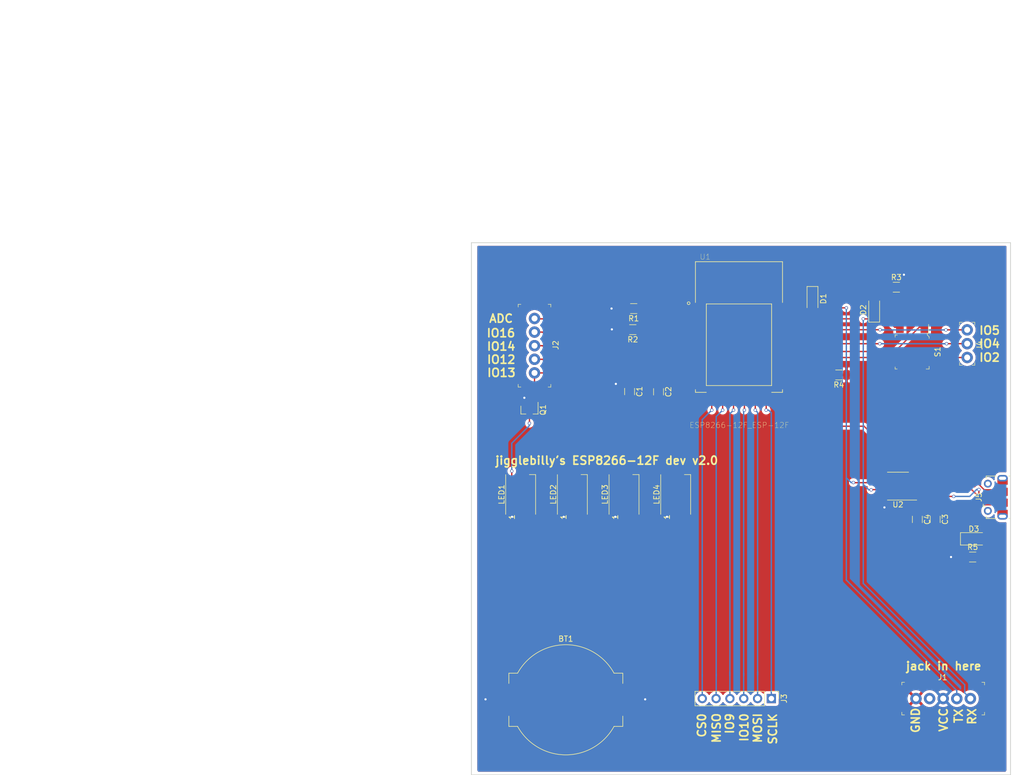
<source format=kicad_pcb>
(kicad_pcb (version 20171130) (host pcbnew "(5.1.2)-1")
  (layers (0 F.Cu signal) (31 B.Cu signal) (34 B.Paste user) (35 F.Paste user) (36 B.SilkS user) (37 F.SilkS user) (38 B.Mask user) (39 F.Mask user) (44 Edge.Cuts user))
  (net 0 "")
  (net 1 /VCC)
  (net 2 GND)
  (net 3 "Net-(R1-Pad1)")
  (net 4 "Net-(R2-Pad1)")
  (net 5 "Net-(R3-Pad1)")
  (net 6 "Net-(R4-Pad2)")
  (net 7 "Net-(S1-Pad4)")
  (net 8 "Net-(S1-Pad1)")
  (net 9 "Net-(J1-Pad2)")
  (net 10 /tx)
  (net 11 /rx)
  (net 12 /ADC)
  (net 13 /IO16)
  (net 14 /IO14)
  (net 15 /IO12)
  (net 16 /IO13)
  (net 17 /SCLK)
  (net 18 /MOSI)
  (net 19 /IO10)
  (net 20 /IO9)
  (net 21 /MISO)
  (net 22 /CS0)
  (net 23 /IO5)
  (net 24 /IO4)
  (net 25 /IO2)
  (net 26 "Net-(LED1-Pad2)")
  (net 27 "Net-(LED1-Pad4)")
  (net 28 "Net-(LED2-Pad2)")
  (net 29 "Net-(LED3-Pad2)")
  (net 30 "Net-(LED4-Pad2)")
  (net 31 "Net-(J5-Pad6)")
  (net 32 "Net-(J5-Pad2)")
  (net 33 "Net-(J5-Pad4)")
  (net 34 "Net-(J5-Pad3)")
  (net 35 "Net-(C3-Pad1)")
  (net 36 "Net-(D1-Pad1)")
  (net 37 "Net-(D2-Pad2)")
  (net 38 "Net-(D3-Pad2)")
  (module LOGO (layer F.Cu) (at 0 0)
    (fp_text reference G*** hide)
    (fp_text value LOGO hide)
  )
  (module LOGO (layer F.Cu) (at 0 0)
    (fp_text reference G*** hide)
    (fp_text value LOGO hide)
  )
  (module LOGO (layer F.Cu) (at 0 0)
    (fp_text reference G*** hide)
    (fp_text value LOGO hide)
  )
  (module LOGO (layer F.Cu) (at 0 0)
    (fp_text reference G*** hide)
    (fp_text value LOGO hide)
  )
  (module LOGO (layer F.Cu) (at 0 0)
    (fp_text reference G*** hide)
    (fp_text value LOGO hide)
  )
  (module LOGO (layer F.Cu) (at 0 0)
    (fp_text reference G*** hide)
    (fp_text value LOGO hide)
  )
  (module Battery:BatteryHolder_MPD_BC2003_1x2032 (layer F.Cu) (at 101.1682 127.17018)
    (fp_text reference BT1 (at 0 -11.2) (layer F.SilkS))
    (fp_text value Battery)
    (pad 2 smd rect (at 0 0) (size 8 5.56) (layers F.Cu F.Paste F.Mask) (net 2 GND))
    (pad 1 smd rect (at 11.905 0) (size 2.6 5.56) (layers F.Cu F.Paste F.Mask) (net 1 /VCC))
    (pad 1 smd rect (at -11.905 0) (size 2.6 5.56) (layers F.Cu F.Paste F.Mask) (net 1 /VCC))
  )
  (module Capacitor_SMD:C_1206_3216Metric (layer F.Cu) (at 112.8903 70.53372 270)
    (fp_text reference C1 (at 0 -1.82 90) (layer F.SilkS))
    (fp_text value 10uF)
    (pad 1 smd roundrect (at -1.4 0 270) (size 1.25 1.75) (layers F.Cu F.Paste F.Mask) (roundrect_rratio 0.2) (net 1 /VCC))
    (pad 2 smd roundrect (at 1.4 0 270) (size 1.25 1.75) (layers F.Cu F.Paste F.Mask) (roundrect_rratio 0.2) (net 2 GND))
  )
  (module Resistor_SMD:R_1206_3216Metric (layer F.Cu) (at 113.64676 55.28818 180)
    (fp_text reference R1 (at 0 -1.82) (layer F.SilkS))
    (fp_text value 10K)
    (pad 1 smd roundrect (at -1.4 0 180) (size 1.25 1.75) (layers F.Cu F.Paste F.Mask) (roundrect_rratio 0.2) (net 3 "Net-(R1-Pad1)"))
    (pad 2 smd roundrect (at 1.4 0 180) (size 1.25 1.75) (layers F.Cu F.Paste F.Mask) (roundrect_rratio 0.2) (net 1 /VCC))
  )
  (module Resistor_SMD:R_1206_3216Metric (layer F.Cu) (at 113.47912 59.16168 180)
    (fp_text reference R2 (at 0 -1.82) (layer F.SilkS))
    (fp_text value 10K)
    (pad 2 smd roundrect (at 1.4 0 180) (size 1.25 1.75) (layers F.Cu F.Paste F.Mask) (roundrect_rratio 0.2) (net 1 /VCC))
    (pad 1 smd roundrect (at -1.4 0 180) (size 1.25 1.75) (layers F.Cu F.Paste F.Mask) (roundrect_rratio 0.2) (net 4 "Net-(R2-Pad1)"))
  )
  (module Resistor_SMD:R_1206_3216Metric (layer F.Cu) (at 161.9093 51.3588)
    (fp_text reference R3 (at 0 -1.82) (layer F.SilkS))
    (fp_text value 10K)
    (pad 2 smd roundrect (at 1.4 0) (size 1.25 1.75) (layers F.Cu F.Paste F.Mask) (roundrect_rratio 0.2) (net 1 /VCC))
    (pad 1 smd roundrect (at -1.4 0) (size 1.25 1.75) (layers F.Cu F.Paste F.Mask) (roundrect_rratio 0.2) (net 5 "Net-(R3-Pad1)"))
  )
  (module Resistor_SMD:R_1206_3216Metric (layer F.Cu) (at 151.34336 67.4751 180)
    (fp_text reference R4 (at 0 -1.82) (layer F.SilkS))
    (fp_text value 10K)
    (pad 1 smd roundrect (at -1.4 0 180) (size 1.25 1.75) (layers F.Cu F.Paste F.Mask) (roundrect_rratio 0.2) (net 2 GND))
    (pad 2 smd roundrect (at 1.4 0 180) (size 1.25 1.75) (layers F.Cu F.Paste F.Mask) (roundrect_rratio 0.2) (net 6 "Net-(R4-Pad2)"))
  )
  (module digikey-kicad-library:Switch_Tactile_SMD_6x6mm (layer F.Cu) (at 164.80536 63.26378 270)
    (fp_text reference S1 (at -0.03 -4.69 90) (layer F.SilkS))
    (fp_text value 430152070826)
    (pad 2 smd rect (at 4.55 -2.25 180) (size 1.4 2.1) (layers F.Cu F.Paste F.Mask) (net 2 GND))
    (pad 4 smd rect (at 4.55 2.25 180) (size 1.4 2.1) (layers F.Cu F.Paste F.Mask) (net 7 "Net-(S1-Pad4)"))
    (pad 3 smd rect (at -4.55 2.25 180) (size 1.4 2.1) (layers F.Cu F.Paste F.Mask) (net 5 "Net-(R3-Pad1)"))
    (pad 1 smd rect (at -4.55 -2.25 180) (size 1.4 2.1) (layers F.Cu F.Paste F.Mask) (net 8 "Net-(S1-Pad1)"))
  )
  (module ESP8266-12E_ESP-12E:XCVR_ESP8266-12E%2fESP-12E (layer F.Cu) (at 132.98678 62.17158)
    (fp_text reference U1 (at -6.21478 -16.3976) (layer F.SilkS) (effects (font (size 1.00077 1.00077) (thickness 0.05))))
    (fp_text value ESP8266-12F_ESP-12F (at 0.07112 14.53642) (layer F.SilkS) (effects (font (size 1.00093 1.00093) (thickness 0.05))))
    (pad 14 smd rect (at 5 8.5) (size 1.1 1.7) (layers F.Cu F.Paste F.Mask) (net 17 /SCLK))
    (pad 13 smd rect (at 3 8.5) (size 1.1 1.7) (layers F.Cu F.Paste F.Mask) (net 18 /MOSI))
    (pad 12 smd rect (at 1 8.5) (size 1.1 1.7) (layers F.Cu F.Paste F.Mask) (net 19 /IO10))
    (pad 11 smd rect (at -1 8.5) (size 1.1 1.7) (layers F.Cu F.Paste F.Mask) (net 20 /IO9))
    (pad 10 smd rect (at -3 8.5) (size 1.1 1.7) (layers F.Cu F.Paste F.Mask) (net 21 /MISO))
    (pad 9 smd rect (at -5 8.5) (size 1.1 1.7) (layers F.Cu F.Paste F.Mask) (net 22 /CS0))
    (pad 22 smd rect (at 7.5 -7) (size 2 1.2) (layers F.Cu F.Paste F.Mask) (net 36 "Net-(D1-Pad1)"))
    (pad 21 smd rect (at 7.5 -5) (size 2 1.2) (layers F.Cu F.Paste F.Mask) (net 37 "Net-(D2-Pad2)"))
    (pad 20 smd rect (at 7.5 -3) (size 2 1.2) (layers F.Cu F.Paste F.Mask) (net 23 /IO5))
    (pad 19 smd rect (at 7.5 -1) (size 2 1.2) (layers F.Cu F.Paste F.Mask) (net 24 /IO4))
    (pad 18 smd rect (at 7.5 1) (size 2 1.2) (layers F.Cu F.Paste F.Mask) (net 8 "Net-(S1-Pad1)"))
    (pad 17 smd rect (at 7.5 3) (size 2 1.2) (layers F.Cu F.Paste F.Mask) (net 25 /IO2))
    (pad 16 smd rect (at 7.5 5) (size 2 1.2) (layers F.Cu F.Paste F.Mask) (net 6 "Net-(R4-Pad2)"))
    (pad 15 smd rect (at 7.5 7) (size 2 1.2) (layers F.Cu F.Paste F.Mask) (net 2 GND))
    (pad 8 smd rect (at -7.5 7) (size 2 1.2) (layers F.Cu F.Paste F.Mask) (net 1 /VCC))
    (pad 7 smd rect (at -7.5 5) (size 2 1.2) (layers F.Cu F.Paste F.Mask) (net 16 /IO13))
    (pad 6 smd rect (at -7.5 3) (size 2 1.2) (layers F.Cu F.Paste F.Mask) (net 15 /IO12))
    (pad 5 smd rect (at -7.5 1) (size 2 1.2) (layers F.Cu F.Paste F.Mask) (net 14 /IO14))
    (pad 4 smd rect (at -7.5 -1) (size 2 1.2) (layers F.Cu F.Paste F.Mask) (net 13 /IO16))
    (pad 3 smd rect (at -7.5 -3) (size 2 1.2) (layers F.Cu F.Paste F.Mask) (net 4 "Net-(R2-Pad1)"))
    (pad 2 smd rect (at -7.5 -5) (size 2 1.2) (layers F.Cu F.Paste F.Mask) (net 12 /ADC))
    (pad 1 smd rect (at -7.5 -7) (size 2 1.2) (layers F.Cu F.Paste F.Mask) (net 3 "Net-(R1-Pad1)"))
  )
  (module digikey-kicad-library:PinHeader_1x5_P2.5mm_Drill1.1mm (layer F.Cu) (at 165.51148 126.9492)
    (fp_text reference J1 (at 4.9 -3.9) (layer F.SilkS))
    (fp_text value Conn_01x05_Female)
    (pad 1 thru_hole circle (at 0 0) (size 2.1 2.1) (drill 1.1) (layers *.Cu *.Mask) (net 2 GND))
    (pad 2 thru_hole circle (at 2.5 0) (size 2.1 2.1) (drill 1.1) (layers *.Cu *.Mask) (net 9 "Net-(J1-Pad2)"))
    (pad 3 thru_hole circle (at 5 0) (size 2.1 2.1) (drill 1.1) (layers *.Cu *.Mask) (net 1 /VCC))
    (pad 4 thru_hole circle (at 7.5 0) (size 2.1 2.1) (drill 1.1) (layers *.Cu *.Mask) (net 10 /tx))
    (pad 5 thru_hole circle (at 10 0) (size 2.1 2.1) (drill 1.1) (layers *.Cu *.Mask) (net 11 /rx))
  )
  (module digikey-kicad-library:PinHeader_1x5_P2.5mm_Drill1.1mm (layer F.Cu) (at 95.41764 57.10428 270)
    (fp_text reference J2 (at 4.9 -3.9 90) (layer F.SilkS))
    (fp_text value Conn_01x05_Female)
    (pad 1 thru_hole circle (at 0 0 270) (size 2.1 2.1) (drill 1.1) (layers *.Cu *.Mask) (net 12 /ADC))
    (pad 2 thru_hole circle (at 2.5 0 270) (size 2.1 2.1) (drill 1.1) (layers *.Cu *.Mask) (net 13 /IO16))
    (pad 3 thru_hole circle (at 5 0 270) (size 2.1 2.1) (drill 1.1) (layers *.Cu *.Mask) (net 14 /IO14))
    (pad 4 thru_hole circle (at 7.5 0 270) (size 2.1 2.1) (drill 1.1) (layers *.Cu *.Mask) (net 15 /IO12))
    (pad 5 thru_hole circle (at 10 0 270) (size 2.1 2.1) (drill 1.1) (layers *.Cu *.Mask) (net 16 /IO13))
  )
  (module Connector_PinHeader_2.54mm:PinHeader_1x06_P2.54mm_Vertical (layer F.Cu) (at 138.94253 126.9442 270)
    (fp_text reference J3 (at 0 -2.33 90) (layer F.SilkS))
    (fp_text value Conn_01x06_Female)
    (pad 1 thru_hole rect (at 0 0 270) (size 1.7 1.7) (drill 1) (layers *.Cu *.Mask) (net 17 /SCLK))
    (pad 2 thru_hole oval (at 0 2.54 270) (size 1.7 1.7) (drill 1) (layers *.Cu *.Mask) (net 18 /MOSI))
    (pad 3 thru_hole oval (at 0 5.08 270) (size 1.7 1.7) (drill 1) (layers *.Cu *.Mask) (net 19 /IO10))
    (pad 4 thru_hole oval (at 0 7.62 270) (size 1.7 1.7) (drill 1) (layers *.Cu *.Mask) (net 20 /IO9))
    (pad 5 thru_hole oval (at 0 10.16 270) (size 1.7 1.7) (drill 1) (layers *.Cu *.Mask) (net 21 /MISO))
    (pad 6 thru_hole oval (at 0 12.7 270) (size 1.7 1.7) (drill 1) (layers *.Cu *.Mask) (net 22 /CS0))
  )
  (module digikey-kicad-library:PinHeader_1x3_P2.54_Drill1.1mm (layer F.Cu) (at 174.91964 59.1947 270)
    (fp_text reference J4 (at 2.85 -2.28 90) (layer F.SilkS))
    (fp_text value Conn_01x03_Female)
    (pad 1 thru_hole circle (at 0 0 270) (size 2.1 2.1) (drill 1.1) (layers *.Cu *.Mask) (net 23 /IO5))
    (pad 2 thru_hole circle (at 2.54 0 270) (size 2.1 2.1) (drill 1.1) (layers *.Cu *.Mask) (net 24 /IO4))
    (pad 3 thru_hole circle (at 5.08 0 270) (size 2.1 2.1) (drill 1.1) (layers *.Cu *.Mask) (net 25 /IO2))
  )
  (module Capacitor_SMD:C_1206_3216Metric (layer F.Cu) (at 118.20652 70.57898 270)
    (fp_text reference C2 (at 0 -1.82 90) (layer F.SilkS))
    (fp_text value 100nF)
    (pad 1 smd roundrect (at -1.4 0 270) (size 1.25 1.75) (layers F.Cu F.Paste F.Mask) (roundrect_rratio 0.2) (net 1 /VCC))
    (pad 2 smd roundrect (at 1.4 0 270) (size 1.25 1.75) (layers F.Cu F.Paste F.Mask) (roundrect_rratio 0.2) (net 2 GND))
  )
  (module LED_SMD:LED_WS2812B_PLCC4_5.0x5.0mm_P3.2mm (layer F.Cu) (at 92.874 89.445 90)
    (fp_text reference LED1 (at 0 -3.5 90) (layer F.SilkS))
    (fp_text value WS2812B)
    (fp_text user 1 (at -4.15 -1.6 90) (layer F.SilkS))
    (pad 1 smd rect (at -2.45 -1.6 90) (size 1.5 1) (layers F.Cu F.Paste F.Mask) (net 1 /VCC))
    (pad 2 smd rect (at -2.45 1.6 90) (size 1.5 1) (layers F.Cu F.Paste F.Mask) (net 26 "Net-(LED1-Pad2)"))
    (pad 4 smd rect (at 2.45 -1.6 90) (size 1.5 1) (layers F.Cu F.Paste F.Mask) (net 27 "Net-(LED1-Pad4)"))
    (pad 3 smd rect (at 2.45 1.6 90) (size 1.5 1) (layers F.Cu F.Paste F.Mask) (net 2 GND))
  )
  (module LED_SMD:LED_WS2812B_PLCC4_5.0x5.0mm_P3.2mm (layer F.Cu) (at 102.369666 89.445 90)
    (fp_text reference LED2 (at 0 -3.5 90) (layer F.SilkS))
    (fp_text value WS2812B)
    (fp_text user 1 (at -4.15 -1.6 90) (layer F.SilkS))
    (pad 3 smd rect (at 2.45 1.6 90) (size 1.5 1) (layers F.Cu F.Paste F.Mask) (net 2 GND))
    (pad 4 smd rect (at 2.45 -1.6 90) (size 1.5 1) (layers F.Cu F.Paste F.Mask) (net 26 "Net-(LED1-Pad2)"))
    (pad 2 smd rect (at -2.45 1.6 90) (size 1.5 1) (layers F.Cu F.Paste F.Mask) (net 28 "Net-(LED2-Pad2)"))
    (pad 1 smd rect (at -2.45 -1.6 90) (size 1.5 1) (layers F.Cu F.Paste F.Mask) (net 1 /VCC))
  )
  (module LED_SMD:LED_WS2812B_PLCC4_5.0x5.0mm_P3.2mm (layer F.Cu) (at 111.865332 89.445 90)
    (fp_text reference LED3 (at 0 -3.5 90) (layer F.SilkS))
    (fp_text value WS2812B)
    (fp_text user 1 (at -4.15 -1.6 90) (layer F.SilkS))
    (pad 1 smd rect (at -2.45 -1.6 90) (size 1.5 1) (layers F.Cu F.Paste F.Mask) (net 1 /VCC))
    (pad 2 smd rect (at -2.45 1.6 90) (size 1.5 1) (layers F.Cu F.Paste F.Mask) (net 29 "Net-(LED3-Pad2)"))
    (pad 4 smd rect (at 2.45 -1.6 90) (size 1.5 1) (layers F.Cu F.Paste F.Mask) (net 28 "Net-(LED2-Pad2)"))
    (pad 3 smd rect (at 2.45 1.6 90) (size 1.5 1) (layers F.Cu F.Paste F.Mask) (net 2 GND))
  )
  (module LED_SMD:LED_WS2812B_PLCC4_5.0x5.0mm_P3.2mm (layer F.Cu) (at 121.361 89.445 90)
    (fp_text reference LED4 (at 0 -3.5 90) (layer F.SilkS))
    (fp_text value WS2812B)
    (fp_text user 1 (at -4.15 -1.6 90) (layer F.SilkS))
    (pad 3 smd rect (at 2.45 1.6 90) (size 1.5 1) (layers F.Cu F.Paste F.Mask) (net 2 GND))
    (pad 4 smd rect (at 2.45 -1.6 90) (size 1.5 1) (layers F.Cu F.Paste F.Mask) (net 29 "Net-(LED3-Pad2)"))
    (pad 2 smd rect (at -2.45 1.6 90) (size 1.5 1) (layers F.Cu F.Paste F.Mask) (net 30 "Net-(LED4-Pad2)"))
    (pad 1 smd rect (at -2.45 -1.6 90) (size 1.5 1) (layers F.Cu F.Paste F.Mask) (net 1 /VCC))
  )
  (module Package_TO_SOT_SMD:SOT-23 (layer F.Cu) (at 94.4905 73.898 270)
    (fp_text reference Q1 (at 0 -2.5 90) (layer F.SilkS))
    (fp_text value BSS138)
    (pad 1 smd rect (at -1 -0.95 270) (size 0.9 0.8) (layers F.Cu F.Paste F.Mask) (net 16 /IO13))
    (pad 2 smd rect (at -1 0.95 270) (size 0.9 0.8) (layers F.Cu F.Paste F.Mask) (net 1 /VCC))
    (pad 3 smd rect (at 1 0 270) (size 0.9 0.8) (layers F.Cu F.Paste F.Mask) (net 27 "Net-(LED1-Pad4)"))
  )
  (module Connector_USB:USB_Micro-B_Molex-105017-0001 (layer F.Cu) (at 180.182 89.9574 90)
    (fp_text reference J5 (at 0 -3.1125 90) (layer F.SilkS))
    (fp_text value USB_B_Micro)
    (pad 6 smd rect (at 1 1.2375 90) (size 1.5 1.9) (layers F.Cu F.Paste F.Mask) (net 31 "Net-(J5-Pad6)"))
    (pad 6 thru_hole circle (at -2.5 -1.4625 90) (size 1.45 1.45) (drill 0.85) (layers *.Cu *.Mask) (net 31 "Net-(J5-Pad6)"))
    (pad 2 smd rect (at -0.65 -1.4625 90) (size 0.4 1.35) (layers F.Cu F.Paste F.Mask) (net 32 "Net-(J5-Pad2)"))
    (pad 1 smd rect (at -1.3 -1.4625 90) (size 0.4 1.35) (layers F.Cu F.Paste F.Mask) (net 35 "Net-(C3-Pad1)"))
    (pad 5 smd rect (at 1.3 -1.4625 90) (size 0.4 1.35) (layers F.Cu F.Paste F.Mask) (net 2 GND))
    (pad 4 smd rect (at 0.65 -1.4625 90) (size 0.4 1.35) (layers F.Cu F.Paste F.Mask) (net 33 "Net-(J5-Pad4)"))
    (pad 3 smd rect (at 0 -1.4625 90) (size 0.4 1.35) (layers F.Cu F.Paste F.Mask) (net 34 "Net-(J5-Pad3)"))
    (pad 6 thru_hole circle (at 2.5 -1.4625 90) (size 1.45 1.45) (drill 0.85) (layers *.Cu *.Mask) (net 31 "Net-(J5-Pad6)"))
    (pad 6 smd rect (at -1 1.2375 90) (size 1.5 1.9) (layers F.Cu F.Paste F.Mask) (net 31 "Net-(J5-Pad6)"))
    (pad 6 thru_hole oval (at -3.5 1.2375 270) (size 1.2 1.9) (drill oval 0.6 1.3) (layers *.Cu *.Mask) (net 31 "Net-(J5-Pad6)"))
    (pad 6 thru_hole oval (at 3.5 1.2375 90) (size 1.2 1.9) (drill oval 0.6 1.3) (layers *.Cu *.Mask) (net 31 "Net-(J5-Pad6)"))
    (pad 6 smd rect (at 2.9 1.2375 90) (size 1.2 1.9) (layers F.Cu F.Mask) (net 31 "Net-(J5-Pad6)"))
    (pad 6 smd rect (at -2.9 1.2375 90) (size 1.2 1.9) (layers F.Cu F.Mask) (net 31 "Net-(J5-Pad6)"))
  )
  (module Package_SO:SOIC-8_3.9x4.9mm_P1.27mm (layer F.Cu) (at 162.2059 87.9094 180)
    (fp_text reference U2 (at 0 -3.4) (layer F.SilkS))
    (fp_text value CH330N)
    (pad 1 smd roundrect (at -2.475 -1.905 180) (size 1.95 0.6) (layers F.Cu F.Paste F.Mask) (net 34 "Net-(J5-Pad3)"))
    (pad 2 smd roundrect (at -2.475 -0.635 180) (size 1.95 0.6) (layers F.Cu F.Paste F.Mask) (net 32 "Net-(J5-Pad2)"))
    (pad 3 smd roundrect (at -2.475 0.635 180) (size 1.95 0.6) (layers F.Cu F.Paste F.Mask) (net 2 GND))
    (pad 4 smd roundrect (at -2.475 1.905 180) (size 1.95 0.6) (layers F.Cu F.Paste F.Mask) (net 3 "Net-(R1-Pad1)"))
    (pad 5 smd roundrect (at 2.475 1.905 180) (size 1.95 0.6) (layers F.Cu F.Paste F.Mask) (net 35 "Net-(C3-Pad1)"))
    (pad 6 smd roundrect (at 2.475 0.635 180) (size 1.95 0.6) (layers F.Cu F.Paste F.Mask) (net 10 /tx))
    (pad 7 smd roundrect (at 2.475 -0.635 180) (size 1.95 0.6) (layers F.Cu F.Paste F.Mask) (net 11 /rx))
    (pad 8 smd roundrect (at 2.475 -1.905 180) (size 1.95 0.6) (layers F.Cu F.Paste F.Mask) (net 1 /VCC))
  )
  (module Capacitor_SMD:C_1206_3216Metric (layer F.Cu) (at 169.047699 94.021301 270)
    (fp_text reference C3 (at 0 -1.82 90) (layer F.SilkS))
    (fp_text value 100nF)
    (pad 1 smd roundrect (at -1.4 0 270) (size 1.25 1.75) (layers F.Cu F.Paste F.Mask) (roundrect_rratio 0.2) (net 35 "Net-(C3-Pad1)"))
    (pad 2 smd roundrect (at 1.4 0 270) (size 1.25 1.75) (layers F.Cu F.Paste F.Mask) (roundrect_rratio 0.2) (net 2 GND))
  )
  (module Capacitor_SMD:C_1206_3216Metric (layer F.Cu) (at 165.757699 94.021301 270)
    (fp_text reference C4 (at 0 -1.82 90) (layer F.SilkS))
    (fp_text value 100nF)
    (pad 2 smd roundrect (at 1.4 0 270) (size 1.25 1.75) (layers F.Cu F.Paste F.Mask) (roundrect_rratio 0.2) (net 2 GND))
    (pad 1 smd roundrect (at -1.4 0 270) (size 1.25 1.75) (layers F.Cu F.Paste F.Mask) (roundrect_rratio 0.2) (net 35 "Net-(C3-Pad1)"))
  )
  (module Diode_SMD:D_SOD-123 (layer F.Cu) (at 146.4945 53.4787 270)
    (fp_text reference D1 (at 0 -2 90) (layer F.SilkS))
    (fp_text value MBR0520)
    (pad 1 smd rect (at -1.65 0 270) (size 0.9 1.2) (layers F.Cu F.Paste F.Mask) (net 36 "Net-(D1-Pad1)"))
    (pad 2 smd rect (at 1.65 0 270) (size 0.9 1.2) (layers F.Cu F.Paste F.Mask) (net 10 /tx))
  )
  (module Diode_SMD:D_SOD-123 (layer F.Cu) (at 157.8356 55.5244 90)
    (fp_text reference D2 (at 0 -2 90) (layer F.SilkS))
    (fp_text value MBR0520)
    (pad 2 smd rect (at 1.65 0 90) (size 0.9 1.2) (layers F.Cu F.Paste F.Mask) (net 37 "Net-(D2-Pad2)"))
    (pad 1 smd rect (at -1.65 0 90) (size 0.9 1.2) (layers F.Cu F.Paste F.Mask) (net 11 /rx))
  )
  (module LED_SMD:LED_1206_3216Metric_Pad1.42x1.75mm_HandSolder (layer F.Cu) (at 176.146781 97.598161)
    (fp_text reference D3 (at 0 -1.82) (layer F.SilkS))
    (fp_text value LED)
    (pad 1 smd roundrect (at -1.4875 0) (size 1.425 1.75) (layers F.Cu F.Paste F.Mask) (roundrect_rratio 0.175439) (net 2 GND))
    (pad 2 smd roundrect (at 1.4875 0) (size 1.425 1.75) (layers F.Cu F.Paste F.Mask) (roundrect_rratio 0.175439) (net 38 "Net-(D3-Pad2)"))
  )
  (module Resistor_SMD:R_1206_3216Metric (layer F.Cu) (at 175.931781 100.938161)
    (fp_text reference R5 (at 0 -1.82) (layer F.SilkS))
    (fp_text value R)
    (pad 1 smd roundrect (at -1.4 0) (size 1.25 1.75) (layers F.Cu F.Paste F.Mask) (roundrect_rratio 0.2) (net 1 /VCC))
    (pad 2 smd roundrect (at 1.4 0) (size 1.25 1.75) (layers F.Cu F.Paste F.Mask) (roundrect_rratio 0.2) (net 38 "Net-(D3-Pad2)"))
  )
  (gr_line (start 83.82 140.97) (end 83.82 43.18) (layer Edge.Cuts) (width 0.15))
  (gr_line (start 182.88 140.97) (end 83.82 140.97) (layer Edge.Cuts) (width 0.15))
  (gr_line (start 182.88 43.18) (end 182.88 140.97) (layer Edge.Cuts) (width 0.15))
  (gr_line (start 83.82 43.18) (end 182.88 43.18) (layer Edge.Cuts) (width 0.15))
  (gr_text "jigglebilly's ESP8266-12F dev v2.0" (at 108.67644 83.20532) (layer F.SilkS) (effects (font (size 1.5 1.5) (thickness 0.3))))
  (gr_text SCLK (at 139.19708 132.5245 90) (layer F.SilkS) (effects (font (size 1.5 1.5) (thickness 0.3))))
  (gr_text MOSI (at 136.42848 132.3594 90) (layer F.SilkS) (effects (font (size 1.5 1.5) (thickness 0.3))))
  (gr_text IO10 (at 133.94436 132.2578 90) (layer F.SilkS) (effects (font (size 1.5 1.5) (thickness 0.3))))
  (gr_text IO9 (at 131.29768 131.54152 90) (layer F.SilkS) (effects (font (size 1.5 1.5) (thickness 0.3))))
  (gr_text MISO (at 128.86436 132.37464 90) (layer F.SilkS) (effects (font (size 1.5 1.5) (thickness 0.3))))
  (gr_text CS0 (at 126.16434 131.8768 90) (layer F.SilkS) (effects (font (size 1.5 1.5) (thickness 0.3))))
  (gr_text IO2 (at 179.04206 64.27216) (layer F.SilkS) (effects (font (size 1.5 1.5) (thickness 0.3))))
  (gr_text IO4 (at 179.04206 61.72962) (layer F.SilkS) (effects (font (size 1.5 1.5) (thickness 0.3))))
  (gr_text IO5 (at 179.04206 59.30646) (layer F.SilkS) (effects (font (size 1.5 1.5) (thickness 0.3))))
  (gr_text IO13 (at 89.33434 67.07632) (layer F.SilkS) (effects (font (size 1.5 1.5) (thickness 0.3))))
  (gr_text IO12 (at 89.30386 64.65824) (layer F.SilkS) (effects (font (size 1.5 1.5) (thickness 0.3))))
  (gr_text IO14 (at 89.28354 62.24016) (layer F.SilkS) (effects (font (size 1.5 1.5) (thickness 0.3))))
  (gr_text IO16 (at 89.24798 59.7916) (layer F.SilkS) (effects (font (size 1.5 1.5) (thickness 0.3))))
  (gr_text ADC (at 89.27592 57.11444) (layer F.SilkS) (effects (font (size 1.5 1.5) (thickness 0.3))))
  (gr_text RX (at 175.81118 130.24612 90) (layer F.SilkS) (effects (font (size 1.5 1.5) (thickness 0.3))))
  (gr_text TX (at 173.34738 130.14452 90) (layer F.SilkS) (effects (font (size 1.5 1.5) (thickness 0.3))))
  (gr_text VCC (at 170.57878 130.85064 90) (layer F.SilkS) (effects (font (size 1.5 1.5) (thickness 0.3))))
  (gr_text GND (at 165.44544 130.9497 90) (layer F.SilkS) (effects (font (size 1.5 1.5) (thickness 0.3))))
  (gr_text "jack in here" (at 170.59148 120.9802) (layer F.SilkS) (effects (font (size 1.5 1.5) (thickness 0.3))))
  (via (at 115.75288 127.0889) (size 0.6) (drill 0.4) (layers F.Cu B.Cu) (net 1))
  (segment (start 113.0732 127.17018) (end 115.6716 127.17018) (width 0.25) (layer F.Cu) (net 1))
  (segment (start 115.6716 127.17018) (end 115.75288 127.0889) (width 0.25) (layer F.Cu) (net 1))
  (segment (start 119.14646 69.17158) (end 119.14378 69.17426) (width 0.25) (layer F.Cu) (net 1))
  (segment (start 112.93084 69.17426) (end 112.8903 69.13372) (width 0.25) (layer F.Cu) (net 1))
  (via (at 110.36554 69.12356) (size 0.6) (drill 0.4) (layers F.Cu B.Cu) (net 1))
  (segment (start 110.3757 69.13372) (end 110.36554 69.12356) (width 0.25) (layer F.Cu) (net 1))
  (via (at 163.2966 49.06264) (size 0.6) (drill 0.4) (layers F.Cu B.Cu) (net 1))
  (segment (start 163.3093 51.3588) (end 163.3093 49.07534) (width 0.25) (layer F.Cu) (net 1))
  (segment (start 163.3093 49.07534) (end 163.2966 49.06264) (width 0.25) (layer F.Cu) (net 1))
  (segment (start 111.52176 55.28818) (end 111.50398 55.30596) (width 0.25) (layer F.Cu) (net 1))
  (segment (start 112.24676 55.28818) (end 111.52176 55.28818) (width 0.25) (layer F.Cu) (net 1))
  (via (at 109.57052 55.27802) (size 0.6) (drill 0.4) (layers F.Cu B.Cu) (net 1))
  (segment (start 111.50398 55.30596) (end 109.59846 55.30596) (width 0.25) (layer F.Cu) (net 1))
  (segment (start 109.59846 55.30596) (end 109.57052 55.27802) (width 0.25) (layer F.Cu) (net 1))
  (via (at 109.62894 59.1058) (size 0.6) (drill 0.4) (layers F.Cu B.Cu) (net 1))
  (segment (start 112.07912 59.16168) (end 109.68482 59.16168) (width 0.25) (layer F.Cu) (net 1))
  (segment (start 109.68482 59.16168) (end 109.62894 59.1058) (width 0.25) (layer F.Cu) (net 1))
  (via (at 86.41334 127.08382) (size 0.6) (drill 0.4) (layers F.Cu B.Cu) (net 1))
  (segment (start 89.2632 127.17018) (end 86.4997 127.17018) (width 0.25) (layer F.Cu) (net 1))
  (segment (start 86.4997 127.17018) (end 86.41334 127.08382) (width 0.25) (layer F.Cu) (net 1))
  (segment (start 112.88014 69.12356) (end 112.8903 69.13372) (width 0.25) (layer F.Cu) (net 1))
  (segment (start 110.36554 69.12356) (end 112.88014 69.12356) (width 0.25) (layer F.Cu) (net 1))
  (segment (start 118.16126 69.13372) (end 118.20652 69.17898) (width 0.25) (layer F.Cu) (net 1))
  (segment (start 112.8903 69.13372) (end 118.16126 69.13372) (width 0.25) (layer F.Cu) (net 1))
  (segment (start 125.47938 69.17898) (end 125.48678 69.17158) (width 0.25) (layer F.Cu) (net 1))
  (segment (start 118.20652 69.17898) (end 125.47938 69.17898) (width 0.25) (layer F.Cu) (net 1))
  (segment (start 93.5405 72.848) (end 93.5482 72.8403) (width 0.25) (layer F.Cu) (net 1))
  (segment (start 93.5405 72.898) (end 93.5405 72.848) (width 0.25) (layer F.Cu) (net 1))
  (via (at 93.5482 71.6788) (size 0.6) (drill 0.4) (layers F.Cu B.Cu) (net 1))
  (segment (start 93.5482 72.8403) (end 93.5482 71.6788) (width 0.25) (layer F.Cu) (net 1))
  (segment (start 91.274 92.895) (end 91.2876 92.9086) (width 0.25) (layer F.Cu) (net 1))
  (segment (start 91.274 91.895) (end 91.274 92.895) (width 0.25) (layer F.Cu) (net 1))
  (via (at 91.2876 93.5482) (size 0.6) (drill 0.4) (layers F.Cu B.Cu) (net 1))
  (segment (start 91.2876 92.9086) (end 91.2876 93.5482) (width 0.25) (layer F.Cu) (net 1))
  (segment (start 100.769666 92.895) (end 100.7872 92.912534) (width 0.25) (layer F.Cu) (net 1))
  (segment (start 100.769666 91.895) (end 100.769666 92.895) (width 0.25) (layer F.Cu) (net 1))
  (via (at 100.7872 93.5482) (size 0.6) (drill 0.4) (layers F.Cu B.Cu) (net 1))
  (segment (start 100.7872 92.912534) (end 100.7872 93.5482) (width 0.25) (layer F.Cu) (net 1))
  (via (at 110.2614 93.5482) (size 0.6) (drill 0.4) (layers F.Cu B.Cu) (net 1))
  (segment (start 110.265332 91.895) (end 110.265332 93.544268) (width 0.25) (layer F.Cu) (net 1))
  (segment (start 110.265332 93.544268) (end 110.2614 93.5482) (width 0.25) (layer F.Cu) (net 1))
  (segment (start 119.761 91.895) (end 119.761 92.895) (width 0.25) (layer F.Cu) (net 1))
  (via (at 119.761 93.5482) (size 0.6) (drill 0.4) (layers F.Cu B.Cu) (net 1))
  (segment (start 119.761 92.895) (end 119.761 93.5482) (width 0.25) (layer F.Cu) (net 1))
  (via (at 159.7152 91.821) (size 0.6) (drill 0.4) (layers F.Cu B.Cu) (net 1))
  (segment (start 159.7309 89.8144) (end 159.7309 91.8053) (width 0.25) (layer F.Cu) (net 1))
  (segment (start 159.7309 91.8053) (end 159.7152 91.821) (width 0.25) (layer F.Cu) (net 1))
  (via (at 171.95292 100.93452) (size 0.6) (drill 0.4) (layers F.Cu B.Cu) (net 1))
  (segment (start 174.531781 100.938161) (end 171.956561 100.938161) (width 0.25) (layer F.Cu) (net 1))
  (segment (start 171.956561 100.938161) (end 171.95292 100.93452) (width 0.25) (layer F.Cu) (net 1))
  (segment (start 165.7559 87.2744) (end 164.6809 87.2744) (width 0.25) (layer F.Cu) (net 2))
  (segment (start 176.743802 87.2744) (end 165.7559 87.2744) (width 0.25) (layer F.Cu) (net 2))
  (segment (start 178.126802 88.6574) (end 176.743802 87.2744) (width 0.25) (layer F.Cu) (net 2))
  (segment (start 178.7195 88.6574) (end 178.126802 88.6574) (width 0.25) (layer F.Cu) (net 2))
  (segment (start 125.37018 55.28818) (end 125.48678 55.17158) (width 0.25) (layer F.Cu) (net 3))
  (segment (start 115.04676 55.28818) (end 125.37018 55.28818) (width 0.25) (layer F.Cu) (net 3))
  (segment (start 164.6809 85.6044) (end 155.975 76.8985) (width 0.25) (layer F.Cu) (net 3))
  (segment (start 164.6809 86.0044) (end 164.6809 85.6044) (width 0.25) (layer F.Cu) (net 3))
  (segment (start 125.88678 55.17158) (end 125.48678 55.17158) (width 0.25) (layer F.Cu) (net 3))
  (segment (start 138.861781 68.146581) (end 125.88678 55.17158) (width 0.25) (layer F.Cu) (net 3))
  (segment (start 138.861781 69.731583) (end 138.861781 68.146581) (width 0.25) (layer F.Cu) (net 3))
  (segment (start 146.028698 76.8985) (end 138.861781 69.731583) (width 0.25) (layer F.Cu) (net 3))
  (segment (start 155.975 76.8985) (end 146.028698 76.8985) (width 0.25) (layer F.Cu) (net 3))
  (segment (start 125.47688 59.16168) (end 125.48678 59.17158) (width 0.25) (layer F.Cu) (net 4))
  (segment (start 114.87912 59.16168) (end 125.47688 59.16168) (width 0.25) (layer F.Cu) (net 4))
  (segment (start 161.60536 58.71378) (end 162.55536 58.71378) (width 0.25) (layer F.Cu) (net 5))
  (segment (start 160.5093 57.61772) (end 161.60536 58.71378) (width 0.25) (layer F.Cu) (net 5))
  (segment (start 160.5093 51.3588) (end 160.5093 57.61772) (width 0.25) (layer F.Cu) (net 5))
  (segment (start 149.63984 67.17158) (end 149.94336 67.4751) (width 0.25) (layer F.Cu) (net 6))
  (segment (start 140.48678 67.17158) (end 149.63984 67.17158) (width 0.25) (layer F.Cu) (net 6))
  (segment (start 141.73678 63.17158) (end 140.48678 63.17158) (width 0.25) (layer F.Cu) (net 8))
  (segment (start 161.64756 63.17158) (end 141.73678 63.17158) (width 0.25) (layer F.Cu) (net 8))
  (segment (start 166.10536 58.71378) (end 161.64756 63.17158) (width 0.25) (layer F.Cu) (net 8))
  (segment (start 167.05536 58.71378) (end 166.10536 58.71378) (width 0.25) (layer F.Cu) (net 8))
  (via (at 152.72512 55.15356) (size 0.6) (drill 0.4) (layers F.Cu B.Cu) (net 10))
  (segment (start 152.7175 55.16118) (end 152.72512 55.15356) (width 0.25) (layer B.Cu) (net 10))
  (segment (start 173.01148 125.464276) (end 152.7175 105.170296) (width 0.25) (layer B.Cu) (net 10))
  (segment (start 173.01148 126.9492) (end 173.01148 125.464276) (width 0.25) (layer B.Cu) (net 10))
  (via (at 154.0129 87.249) (size 0.6) (drill 0.4) (layers F.Cu B.Cu) (net 10))
  (segment (start 159.7309 87.2744) (end 154.0383 87.2744) (width 0.25) (layer F.Cu) (net 10))
  (segment (start 154.0383 87.2744) (end 154.0129 87.249) (width 0.25) (layer F.Cu) (net 10))
  (segment (start 152.839336 86.4997) (end 152.7175 86.4997) (width 0.25) (layer B.Cu) (net 10))
  (segment (start 153.588636 87.249) (end 152.839336 86.4997) (width 0.25) (layer B.Cu) (net 10))
  (segment (start 154.0129 87.249) (end 153.588636 87.249) (width 0.25) (layer B.Cu) (net 10))
  (segment (start 152.7175 105.170296) (end 152.7175 86.4997) (width 0.25) (layer B.Cu) (net 10))
  (segment (start 152.7175 86.4997) (end 152.7175 55.16118) (width 0.25) (layer B.Cu) (net 10))
  (segment (start 146.51936 55.15356) (end 146.4945 55.1287) (width 0.25) (layer F.Cu) (net 10))
  (segment (start 152.72512 55.15356) (end 146.51936 55.15356) (width 0.25) (layer F.Cu) (net 10))
  (via (at 155.82646 57.18048) (size 0.6) (drill 0.4) (layers F.Cu B.Cu) (net 11))
  (segment (start 174.461481 124.414277) (end 155.82646 105.779256) (width 0.25) (layer B.Cu) (net 11))
  (segment (start 174.461481 125.899201) (end 174.461481 124.414277) (width 0.25) (layer B.Cu) (net 11))
  (segment (start 175.51148 126.9492) (end 174.461481 125.899201) (width 0.25) (layer B.Cu) (net 11))
  (via (at 157.2768 88.5952) (size 0.6) (drill 0.4) (layers F.Cu B.Cu) (net 11))
  (segment (start 159.7309 88.5444) (end 157.3276 88.5444) (width 0.25) (layer F.Cu) (net 11))
  (segment (start 157.3276 88.5444) (end 157.2768 88.5952) (width 0.25) (layer F.Cu) (net 11))
  (segment (start 155.82646 87.569124) (end 155.82646 87.52586) (width 0.25) (layer B.Cu) (net 11))
  (segment (start 156.852536 88.5952) (end 155.82646 87.569124) (width 0.25) (layer B.Cu) (net 11))
  (segment (start 157.2768 88.5952) (end 156.852536 88.5952) (width 0.25) (layer B.Cu) (net 11))
  (segment (start 155.82646 105.779256) (end 155.82646 87.52586) (width 0.25) (layer B.Cu) (net 11))
  (segment (start 155.82646 87.52586) (end 155.82646 57.18048) (width 0.25) (layer B.Cu) (net 11))
  (segment (start 157.82952 57.18048) (end 157.8356 57.1744) (width 0.25) (layer F.Cu) (net 11))
  (segment (start 155.82646 57.18048) (end 157.82952 57.18048) (width 0.25) (layer F.Cu) (net 11))
  (segment (start 125.34582 57.03062) (end 125.48678 57.17158) (width 0.25) (layer F.Cu) (net 12))
  (segment (start 95.48494 57.17158) (end 95.41764 57.10428) (width 0.25) (layer F.Cu) (net 12))
  (segment (start 125.48678 57.17158) (end 95.48494 57.17158) (width 0.25) (layer F.Cu) (net 12))
  (segment (start 107.61294 61.17158) (end 125.48678 61.17158) (width 0.25) (layer F.Cu) (net 13))
  (segment (start 98.469864 61.17158) (end 107.61294 61.17158) (width 0.25) (layer F.Cu) (net 13))
  (segment (start 96.902564 59.60428) (end 98.469864 61.17158) (width 0.25) (layer F.Cu) (net 13))
  (segment (start 95.41764 59.60428) (end 96.902564 59.60428) (width 0.25) (layer F.Cu) (net 13))
  (segment (start 106.81894 63.17158) (end 125.48678 63.17158) (width 0.25) (layer F.Cu) (net 14))
  (segment (start 97.969864 63.17158) (end 106.81894 63.17158) (width 0.25) (layer F.Cu) (net 14))
  (segment (start 96.902564 62.10428) (end 97.969864 63.17158) (width 0.25) (layer F.Cu) (net 14))
  (segment (start 95.41764 62.10428) (end 96.902564 62.10428) (width 0.25) (layer F.Cu) (net 14))
  (segment (start 106.15826 65.17158) (end 125.48678 65.17158) (width 0.25) (layer F.Cu) (net 15))
  (segment (start 97.469864 65.17158) (end 106.15826 65.17158) (width 0.25) (layer F.Cu) (net 15))
  (segment (start 96.902564 64.60428) (end 97.469864 65.17158) (width 0.25) (layer F.Cu) (net 15))
  (segment (start 95.41764 64.60428) (end 96.902564 64.60428) (width 0.25) (layer F.Cu) (net 15))
  (segment (start 125.34582 67.03062) (end 125.48678 67.17158) (width 0.25) (layer F.Cu) (net 16))
  (segment (start 125.41948 67.10428) (end 125.48678 67.17158) (width 0.25) (layer F.Cu) (net 16))
  (segment (start 95.41764 67.10428) (end 125.41948 67.10428) (width 0.25) (layer F.Cu) (net 16))
  (segment (start 95.41764 72.87514) (end 95.4405 72.898) (width 0.25) (layer F.Cu) (net 16))
  (segment (start 95.41764 67.10428) (end 95.41764 72.87514) (width 0.25) (layer F.Cu) (net 16))
  (via (at 137.98678 73.9394) (size 0.6) (drill 0.4) (layers F.Cu B.Cu) (net 17))
  (segment (start 137.98678 73.515136) (end 137.98678 70.67158) (width 0.25) (layer F.Cu) (net 17))
  (segment (start 137.98678 73.9394) (end 137.98678 73.515136) (width 0.25) (layer F.Cu) (net 17))
  (segment (start 137.98678 73.9394) (end 138.43 73.9394) (width 0.25) (layer B.Cu) (net 17))
  (segment (start 138.43 73.9394) (end 138.9253 74.4347) (width 0.25) (layer B.Cu) (net 17))
  (segment (start 138.9253 125.82697) (end 138.9253 122.2502) (width 0.25) (layer B.Cu) (net 17))
  (segment (start 138.94253 125.8442) (end 138.9253 125.82697) (width 0.25) (layer B.Cu) (net 17))
  (segment (start 138.94253 126.9442) (end 138.94253 125.8442) (width 0.25) (layer B.Cu) (net 17))
  (segment (start 138.9253 74.4347) (end 138.9253 122.2502) (width 0.25) (layer B.Cu) (net 17))
  (segment (start 138.9253 122.2502) (end 138.9253 122.6185) (width 0.25) (layer B.Cu) (net 17))
  (via (at 135.98678 73.9394) (size 0.6) (drill 0.4) (layers F.Cu B.Cu) (net 18))
  (segment (start 135.98678 73.515136) (end 135.98678 70.67158) (width 0.25) (layer F.Cu) (net 18))
  (segment (start 135.98678 73.9394) (end 135.98678 73.515136) (width 0.25) (layer F.Cu) (net 18))
  (segment (start 136.4107 74.36332) (end 135.98678 73.9394) (width 0.25) (layer B.Cu) (net 18))
  (segment (start 136.4107 125.733949) (end 136.4107 122.0724) (width 0.25) (layer B.Cu) (net 18))
  (segment (start 136.40253 125.742119) (end 136.4107 125.733949) (width 0.25) (layer B.Cu) (net 18))
  (segment (start 136.40253 126.9442) (end 136.40253 125.742119) (width 0.25) (layer B.Cu) (net 18))
  (segment (start 136.4107 122.6566) (end 136.4107 122.0724) (width 0.25) (layer B.Cu) (net 18))
  (segment (start 136.4107 122.0724) (end 136.4107 74.36332) (width 0.25) (layer B.Cu) (net 18))
  (via (at 133.98678 73.9394) (size 0.6) (drill 0.4) (layers F.Cu B.Cu) (net 19))
  (segment (start 133.98678 73.515136) (end 133.98678 70.67158) (width 0.25) (layer F.Cu) (net 19))
  (segment (start 133.98678 73.9394) (end 133.98678 73.515136) (width 0.25) (layer F.Cu) (net 19))
  (segment (start 133.8453 74.08088) (end 133.98678 73.9394) (width 0.25) (layer B.Cu) (net 19))
  (segment (start 133.8453 125.724889) (end 133.8453 122.301) (width 0.25) (layer B.Cu) (net 19))
  (segment (start 133.86253 125.742119) (end 133.8453 125.724889) (width 0.25) (layer B.Cu) (net 19))
  (segment (start 133.86253 126.9442) (end 133.86253 125.742119) (width 0.25) (layer B.Cu) (net 19))
  (segment (start 133.8453 122.7328) (end 133.8453 122.301) (width 0.25) (layer B.Cu) (net 19))
  (segment (start 133.8453 122.301) (end 133.8453 74.08088) (width 0.25) (layer B.Cu) (net 19))
  (via (at 131.98678 73.9394) (size 0.6) (drill 0.4) (layers F.Cu B.Cu) (net 20))
  (segment (start 131.98678 73.9394) (end 131.98678 70.67158) (width 0.25) (layer F.Cu) (net 20))
  (segment (start 131.318 74.60818) (end 131.98678 73.9394) (width 0.25) (layer B.Cu) (net 20))
  (segment (start 131.318 125.737589) (end 131.318 122.0978) (width 0.25) (layer B.Cu) (net 20))
  (segment (start 131.32253 125.742119) (end 131.318 125.737589) (width 0.25) (layer B.Cu) (net 20))
  (segment (start 131.32253 126.9442) (end 131.32253 125.742119) (width 0.25) (layer B.Cu) (net 20))
  (segment (start 131.318 122.7582) (end 131.318 122.0978) (width 0.25) (layer B.Cu) (net 20))
  (segment (start 131.318 122.0978) (end 131.318 74.60818) (width 0.25) (layer B.Cu) (net 20))
  (via (at 129.98678 73.9394) (size 0.6) (drill 0.4) (layers F.Cu B.Cu) (net 21))
  (segment (start 129.9591 73.9521) (end 129.9845 73.9267) (width 0.25) (layer B.Cu) (net 21))
  (segment (start 129.98678 73.9394) (end 129.98678 70.67158) (width 0.25) (layer F.Cu) (net 21))
  (segment (start 128.8034 75.12278) (end 129.98678 73.9394) (width 0.25) (layer B.Cu) (net 21))
  (segment (start 128.8034 125.721249) (end 128.8034 122.5042) (width 0.25) (layer B.Cu) (net 21))
  (segment (start 128.78253 125.742119) (end 128.8034 125.721249) (width 0.25) (layer B.Cu) (net 21))
  (segment (start 128.78253 126.9442) (end 128.78253 125.742119) (width 0.25) (layer B.Cu) (net 21))
  (segment (start 128.8034 122.809) (end 128.8034 122.5042) (width 0.25) (layer B.Cu) (net 21))
  (segment (start 128.8034 122.5042) (end 128.8034 75.12278) (width 0.25) (layer B.Cu) (net 21))
  (via (at 127.98678 73.9394) (size 0.6) (drill 0.4) (layers F.Cu B.Cu) (net 22))
  (segment (start 127.9398 73.9521) (end 127.9144 73.9267) (width 0.25) (layer B.Cu) (net 22))
  (segment (start 127.98678 73.515136) (end 127.98678 70.67158) (width 0.25) (layer F.Cu) (net 22))
  (segment (start 127.98678 73.9394) (end 127.98678 73.515136) (width 0.25) (layer F.Cu) (net 22))
  (segment (start 126.238 75.68818) (end 127.98678 73.9394) (width 0.25) (layer B.Cu) (net 22))
  (segment (start 126.238 125.737589) (end 126.238 122.555) (width 0.25) (layer B.Cu) (net 22))
  (segment (start 126.24253 125.742119) (end 126.238 125.737589) (width 0.25) (layer B.Cu) (net 22))
  (segment (start 126.24253 126.9442) (end 126.24253 125.742119) (width 0.25) (layer B.Cu) (net 22))
  (segment (start 126.238 122.8471) (end 126.238 122.555) (width 0.25) (layer B.Cu) (net 22))
  (segment (start 126.238 122.555) (end 126.238 75.68818) (width 0.25) (layer B.Cu) (net 22))
  (via (at 171.01312 59.21248) (size 0.6) (drill 0.4) (layers F.Cu B.Cu) (net 23))
  (segment (start 174.91964 59.1947) (end 171.0309 59.1947) (width 0.25) (layer F.Cu) (net 23))
  (segment (start 171.0309 59.1947) (end 171.01312 59.21248) (width 0.25) (layer F.Cu) (net 23))
  (via (at 158.91002 59.1693) (size 0.6) (drill 0.4) (layers F.Cu B.Cu) (net 23))
  (segment (start 171.01312 59.21248) (end 158.9532 59.21248) (width 0.25) (layer B.Cu) (net 23))
  (segment (start 158.9532 59.21248) (end 158.91002 59.1693) (width 0.25) (layer B.Cu) (net 23))
  (segment (start 140.48906 59.1693) (end 140.48678 59.17158) (width 0.25) (layer F.Cu) (net 23))
  (segment (start 158.91002 59.1693) (end 140.48906 59.1693) (width 0.25) (layer F.Cu) (net 23))
  (via (at 171.13758 61.73978) (size 0.6) (drill 0.4) (layers F.Cu B.Cu) (net 24))
  (segment (start 174.91964 61.7347) (end 171.14266 61.7347) (width 0.25) (layer F.Cu) (net 24))
  (segment (start 171.14266 61.7347) (end 171.13758 61.73978) (width 0.25) (layer F.Cu) (net 24))
  (segment (start 171.13758 61.73978) (end 170.713316 61.73978) (width 0.25) (layer B.Cu) (net 24))
  (via (at 158.86684 61.73978) (size 0.6) (drill 0.4) (layers F.Cu B.Cu) (net 24))
  (segment (start 170.713316 61.73978) (end 158.86684 61.73978) (width 0.25) (layer B.Cu) (net 24))
  (segment (start 141.05498 61.73978) (end 140.48678 61.17158) (width 0.25) (layer F.Cu) (net 24))
  (segment (start 158.86684 61.73978) (end 141.05498 61.73978) (width 0.25) (layer F.Cu) (net 24))
  (segment (start 174.91964 64.2747) (end 147.00758 64.2747) (width 0.25) (layer F.Cu) (net 25))
  (segment (start 146.1107 65.17158) (end 140.48678 65.17158) (width 0.25) (layer F.Cu) (net 25))
  (segment (start 147.00758 64.2747) (end 146.1107 65.17158) (width 0.25) (layer F.Cu) (net 25))
  (segment (start 96.119666 91.895) (end 97.9424 90.072266) (width 0.25) (layer F.Cu) (net 26))
  (segment (start 94.474 91.895) (end 96.119666 91.895) (width 0.25) (layer F.Cu) (net 26))
  (segment (start 97.9424 90.072266) (end 97.9424 88.7476) (width 0.25) (layer F.Cu) (net 26))
  (segment (start 99.695 86.995) (end 100.769666 86.995) (width 0.25) (layer F.Cu) (net 26))
  (segment (start 97.9424 88.7476) (end 99.695 86.995) (width 0.25) (layer F.Cu) (net 26))
  (via (at 94.488 76.3524) (size 0.6) (drill 0.4) (layers F.Cu B.Cu) (net 27))
  (segment (start 94.4905 74.898) (end 94.4905 76.3499) (width 0.25) (layer F.Cu) (net 27))
  (segment (start 94.4905 76.3499) (end 94.488 76.3524) (width 0.25) (layer F.Cu) (net 27))
  (segment (start 94.488 76.776664) (end 91.2368 80.027864) (width 0.25) (layer B.Cu) (net 27))
  (segment (start 94.488 76.3524) (end 94.488 76.776664) (width 0.25) (layer B.Cu) (net 27))
  (via (at 91.2368 85.1408) (size 0.6) (drill 0.4) (layers F.Cu B.Cu) (net 27))
  (segment (start 91.2368 80.027864) (end 91.2368 85.1408) (width 0.25) (layer B.Cu) (net 27))
  (segment (start 91.2368 86.9578) (end 91.274 86.995) (width 0.25) (layer F.Cu) (net 27))
  (segment (start 91.2368 85.1408) (end 91.2368 86.9578) (width 0.25) (layer F.Cu) (net 27))
  (segment (start 105.615332 91.895) (end 107.442 90.068332) (width 0.25) (layer F.Cu) (net 28))
  (segment (start 103.969666 91.895) (end 105.615332 91.895) (width 0.25) (layer F.Cu) (net 28))
  (segment (start 107.442 90.068332) (end 107.442 88.9508) (width 0.25) (layer F.Cu) (net 28))
  (segment (start 109.3978 86.995) (end 110.265332 86.995) (width 0.25) (layer F.Cu) (net 28))
  (segment (start 107.442 88.9508) (end 109.3978 86.995) (width 0.25) (layer F.Cu) (net 28))
  (segment (start 115.111 91.895) (end 116.8908 90.1152) (width 0.25) (layer F.Cu) (net 29))
  (segment (start 113.465332 91.895) (end 115.111 91.895) (width 0.25) (layer F.Cu) (net 29))
  (segment (start 116.8908 90.1152) (end 116.8908 88.4428) (width 0.25) (layer F.Cu) (net 29))
  (segment (start 118.3386 86.995) (end 119.761 86.995) (width 0.25) (layer F.Cu) (net 29))
  (segment (start 116.8908 88.4428) (end 118.3386 86.995) (width 0.25) (layer F.Cu) (net 29))
  (segment (start 165.7559 88.5444) (end 164.6809 88.5444) (width 0.25) (layer F.Cu) (net 32))
  (segment (start 175.7315 88.5444) (end 165.7559 88.5444) (width 0.25) (layer F.Cu) (net 32))
  (segment (start 177.7945 90.6074) (end 175.7315 88.5444) (width 0.25) (layer F.Cu) (net 32))
  (segment (start 178.7195 90.6074) (end 177.7945 90.6074) (width 0.25) (layer F.Cu) (net 32))
  (via (at 177.0761 88.5317) (size 0.6) (drill 0.4) (layers F.Cu B.Cu) (net 34))
  (segment (start 177.0761 89.239) (end 177.0761 88.5317) (width 0.25) (layer F.Cu) (net 34))
  (segment (start 178.7195 89.9574) (end 177.7945 89.9574) (width 0.25) (layer F.Cu) (net 34))
  (segment (start 177.7945 89.9574) (end 177.0761 89.239) (width 0.25) (layer F.Cu) (net 34))
  (segment (start 176.651836 88.5317) (end 175.381836 89.8017) (width 0.25) (layer B.Cu) (net 34))
  (segment (start 177.0761 88.5317) (end 176.651836 88.5317) (width 0.25) (layer B.Cu) (net 34))
  (via (at 172.4406 89.8017) (size 0.6) (drill 0.4) (layers F.Cu B.Cu) (net 34))
  (segment (start 175.381836 89.8017) (end 172.4406 89.8017) (width 0.25) (layer B.Cu) (net 34))
  (segment (start 164.6936 89.8017) (end 164.6809 89.8144) (width 0.25) (layer F.Cu) (net 34))
  (segment (start 172.4406 89.8017) (end 164.6936 89.8017) (width 0.25) (layer F.Cu) (net 34))
  (segment (start 170.3451 91.3239) (end 169.047699 92.621301) (width 0.25) (layer F.Cu) (net 35))
  (segment (start 178.7195 91.2574) (end 170.4116 91.2574) (width 0.25) (layer F.Cu) (net 35))
  (segment (start 170.4116 91.2574) (end 170.3451 91.3239) (width 0.25) (layer F.Cu) (net 35))
  (segment (start 168.072699 92.621301) (end 165.757699 92.621301) (width 0.25) (layer F.Cu) (net 35))
  (segment (start 169.047699 92.621301) (end 168.072699 92.621301) (width 0.25) (layer F.Cu) (net 35))
  (segment (start 165.757699 92.621301) (end 161.7599 88.623502) (width 0.25) (layer F.Cu) (net 35))
  (segment (start 160.8059 86.0044) (end 159.7309 86.0044) (width 0.25) (layer F.Cu) (net 35))
  (segment (start 161.7599 86.9584) (end 160.8059 86.0044) (width 0.25) (layer F.Cu) (net 35))
  (segment (start 161.7599 88.623502) (end 161.7599 86.9584) (width 0.25) (layer F.Cu) (net 35))
  (segment (start 140.5048 55.15356) (end 140.48678 55.17158) (width 0.25) (layer F.Cu) (net 36))
  (segment (start 143.00162 55.17158) (end 140.48678 55.17158) (width 0.25) (layer F.Cu) (net 36))
  (segment (start 146.4945 51.8287) (end 146.3445 51.8287) (width 0.25) (layer F.Cu) (net 36))
  (segment (start 146.3445 51.8287) (end 143.00162 55.17158) (width 0.25) (layer F.Cu) (net 36))
  (segment (start 140.49568 57.18048) (end 140.48678 57.17158) (width 0.25) (layer F.Cu) (net 37))
  (segment (start 141.73678 57.17158) (end 140.48678 57.17158) (width 0.25) (layer F.Cu) (net 37))
  (segment (start 153.68842 57.17158) (end 141.73678 57.17158) (width 0.25) (layer F.Cu) (net 37))
  (segment (start 156.9856 53.8744) (end 153.68842 57.17158) (width 0.25) (layer F.Cu) (net 37))
  (segment (start 157.8356 53.8744) (end 156.9856 53.8744) (width 0.25) (layer F.Cu) (net 37))
  (segment (start 177.331781 97.900661) (end 177.634281 97.598161) (width 0.25) (layer F.Cu) (net 38))
  (segment (start 177.331781 100.938161) (end 177.331781 97.900661) (width 0.25) (layer F.Cu) (net 38))
  (zone (net 2) (net_name GND) (layer F.Cu) (connect_pads (clearance 0.508)) (min_thickness 0.254) (fill yes (arc_segments 32) (thermal_gap 0.508) (thermal_bridge_width 0.508))
    (polygon (pts (xy 114.23826 43.288597) (xy 115.349722 43.288608) (xy 116.484685 43.288626) (xy 117.643284 43.288651) (xy 118.825655 43.288683) (xy 120.031931 43.288721) (xy 121.262248 43.288766) (xy 122.516741 43.288818) (xy 123.795544 43.288876) (xy 125.098791 43.288941) (xy 126.426618 43.289013) (xy 127.77916 43.289091) (xy 129.15655 43.289176) (xy 130.558925 43.289268) (xy 131.986418 43.289366) (xy 133.439165 43.28947) (xy 133.56844 43.28948) (xy 181.70779 43.29303) (xy 181.781129 43.320754) (xy 181.885472 43.37337) (xy 181.974941 43.445699) (xy 182.047105 43.53531) (xy 182.099165 43.63879) (xy 182.12689 43.71213) (xy 182.12689 140.09243) (xy 182.099165 140.165769) (xy 182.046549 140.270112) (xy 181.97422 140.359581) (xy 181.884609 140.431745) (xy 181.781129 140.483805) (xy 181.70779 140.51153) (xy 133.54939 140.513645) (xy 132.145881 140.513705) (xy 130.767582 140.513761) (xy 129.414303 140.513812) (xy 128.085854 140.513858) (xy 126.782046 140.5139) (xy 125.502687 140.513937) (xy 124.247589 140.51397) (xy 123.016561 140.513998) (xy 121.809413 140.514021) (xy 120.625955 140.514039) (xy 119.465998 140.514052) (xy 118.32935 140.51406) (xy 117.215823 140.514063) (xy 116.125227 140.514061) (xy 115.057371 140.514054) (xy 114.012065 140.514042) (xy 112.989119 140.514025) (xy 111.988344 140.514002) (xy 111.009549 140.513974) (xy 110.052545 140.513941) (xy 109.117142 140.513902) (xy 108.203148 140.513858) (xy 107.310376 140.513808) (xy 106.438634 140.513752) (xy 105.587732 140.513691) (xy 104.757481 140.513624) (xy 103.947691 140.513552) (xy 103.158172 140.513474) (xy 102.388733 140.513389) (xy 101.639185 140.513299) (xy 100.909337 140.513203) (xy 100.199001 140.513102) (xy 99.507985 140.512994) (xy 98.8361 140.512879) (xy 98.183155 140.512759) (xy 97.548962 140.512633) (xy 96.93333 140.5125) (xy 96.336068 140.512361) (xy 95.756988 140.512216) (xy 95.195898 140.512064) (xy 94.652609 140.511905) (xy 94.126932 140.511741) (xy 93.618675 140.511569) (xy 93.127649 140.511391) (xy 92.653665 140.511207) (xy 92.196531 140.511016) (xy 91.756059 140.510817) (xy 91.332058 140.510613) (xy 90.924338 140.510401) (xy 90.53271 140.510182) (xy 90.156982 140.509956) (xy 89.796966 140.509724) (xy 89.452471 140.509484) (xy 89.123307 140.509237) (xy 88.809285 140.508983) (xy 88.510214 140.508722) (xy 88.225904 140.508453) (xy 87.956166 140.508177) (xy 87.70081 140.507894) (xy 87.459644 140.507603) (xy 87.23248 140.507305) (xy 87.019128 140.506999) (xy 86.819397 140.506685) (xy 86.633098 140.506364) (xy 86.460041 140.506036) (xy 86.300034 140.505699) (xy 86.15289 140.505355) (xy 86.018417 140.505003) (xy 85.896426 140.504643) (xy 85.786727 140.504275) (xy 85.689129 140.503899) (xy 85.603443 140.503515) (xy 85.529479 140.503123) (xy 85.467047 140.502722) (xy 85.415956 140.502314) (xy 85.376017 140.501897) (xy 85.347041 140.501472) (xy 85.328836 140.501039) (xy 85.321213 140.500597) (xy 85.32114 140.500582) (xy 85.212339 140.464566) (xy 85.116494 140.407864) (xy 85.035881 140.332833) (xy 84.972776 140.241833) (xy 84.929452 140.137221) (xy 84.915924 140.080572) (xy 84.915532 140.065789) (xy 84.915146 140.025944) (xy 84.914765 139.961372) (xy 84.914389 139.872413) (xy 84.914019 139.759403) (xy 84.913653 139.622679) (xy 84.913293 139.462579) (xy 84.912938 139.27944) (xy 84.912589 139.0736) (xy 84.912244 138.845394) (xy 84.911905 138.595162) (xy 84.911571 138.32324) (xy 84.911243 138.029965) (xy 84.910919 137.715674) (xy 84.910601 137.380706) (xy 84.910288 137.025397) (xy 84.90998 136.650084) (xy 84.909678 136.255105) (xy 84.90938 135.840797) (xy 84.909088 135.407498) (xy 84.908801 134.955544) (xy 84.90852 134.485273) (xy 84.908243 133.997022) (xy 84.907972 133.491128) (xy 84.907706 132.96793) (xy 84.907446 132.427763) (xy 84.90719 131.870966) (xy 84.90694 131.297875) (xy 84.906695 130.708828) (xy 84.906455 130.104162) (xy 84.906221 129.484215) (xy 84.905991 128.849323) (xy 84.905767 128.199824) (xy 84.905549 127.536056) (xy 84.905335 126.858355) (xy 84.905127 126.167059) (xy 84.904924 125.462505) (xy 84.904726 124.745031) (xy 84.904533 124.014973) (xy 84.904346 123.272669) (xy 84.904164 122.518456) (xy 84.903987 121.752672) (xy 84.903815 120.975654) (xy 84.903648 120.187738) (xy 84.903487 119.389263) (xy 84.903331 118.580566) (xy 84.90318 117.761984) (xy 84.903035 116.933854) (xy 84.902895 116.096513) (xy 84.90276 115.250299) (xy 84.90263 114.395549) (xy 84.902505 113.5326) (xy 84.902386 112.66179) (xy 84.902272 111.783456) (xy 84.902163 110.897935) (xy 84.902059 110.005564) (xy 84.901961 109.106682) (xy 84.901867 108.201624) (xy 84.901779 107.290728) (xy 84.901697 106.374332) (xy 84.901619 105.452773) (xy 84.901547 104.526388) (xy 84.90148 103.595514) (xy 84.901418 102.66049) (xy 84.901362 101.721651) (xy 84.90131 100.779335) (xy 84.901264 99.83388) (xy 84.901223 98.885622) (xy 84.901188 97.9349) (xy 84.901157 96.98205) (xy 84.901132 96.02741) (xy 84.901112 95.071316) (xy 84.901097 94.114107) (xy 84.901088 93.15612) (xy 84.901084 92.197691) (xy 84.901085 91.239158) (xy 84.901091 90.280859) (xy 84.901102 89.32313) (xy 84.901119 88.366309) (xy 84.901141 87.410733) (xy 84.901168 86.45674) (xy 84.901201 85.504666) (xy 84.901238 84.55485) (xy 84.901281 83.607627) (xy 84.901329 82.663337) (xy 84.901383 81.722315) (xy 84.901441 80.784899) (xy 84.901505 79.851427) (xy 84.901574 78.922235) (xy 84.901648 77.997662) (xy 84.901728 77.078043) (xy 84.901813 76.163718) (xy 84.901903 75.255022) (xy 84.901998 74.352293) (xy 84.902098 73.455869) (xy 84.902204 72.566086) (xy 84.902315 71.683282) (xy 84.902431 70.807794) (xy 84.902552 69.93996) (xy 84.902679 69.080117) (xy 84.902811 68.228602) (xy 84.902948 67.385752) (xy 84.90309 66.551905) (xy 84.903238 65.727398) (xy 84.90339 64.912567) (xy 84.903548 64.107752) (xy 84.903712 63.313288) (xy 84.90388 62.529513) (xy 84.904054 61.756765) (xy 84.904233 60.99538) (xy 84.904417 60.245696) (xy 84.904606 59.50805) (xy 84.904801 58.782779) (xy 84.905001 58.070222) (xy 84.905206 57.370714) (xy 84.905416 56.684594) (xy 84.905632 56.012198) (xy 84.905853 55.353864) (xy 84.906079 54.709929) (xy 84.90631 54.08073) (xy 84.906547 53.466605) (xy 84.906788 52.867892) (xy 84.907035 52.284926) (xy 84.907288 51.718046) (xy 84.907545 51.167589) (xy 84.907808 50.633892) (xy 84.908076 50.117292) (xy 84.908349 49.618127) (xy 84.908627 49.136734) (xy 84.908911 48.67345) (xy 84.9092 48.228612) (xy 84.909494 47.802558) (xy 84.909793 47.395626) (xy 84.910098 47.008151) (xy 84.910407 46.640473) (xy 84.910722 46.292927) (xy 84.911043 45.965851) (xy 84.911368 45.659583) (xy 84.911699 45.37446) (xy 84.912035 45.110818) (xy 84.912376 44.868996) (xy 84.912722 44.649331) (xy 84.913074 44.452159) (xy 84.913431 44.277819) (xy 84.913793 44.126646) (xy 84.91416 43.99898) (xy 84.914533 43.895157) (xy 84.914911 43.815514) (xy 84.915294 43.760388) (xy 84.915682 43.730117) (xy 84.915924 43.723987) (xy 84.948612 43.612346) (xy 85.001967 43.514121) (xy 85.073976 43.431293) (xy 85.162627 43.36584) (xy 85.265906 43.319741) (xy 85.347226 43.29981) (xy 85.357655 43.299391) (xy 85.38404 43.29898) (xy 85.426514 43.298578) (xy 85.485215 43.298185) (xy 85.560275 43.297799) (xy 85.651829 43.297423) (xy 85.760014 43.297054) (xy 85.884962 43.296694) (xy 86.026809 43.296342) (xy 86.185691 43.295998) (xy 86.36174 43.295663) (xy 86.555093 43.295335) (xy 86.765883 43.295016) (xy 86.994247 43.294705) (xy 87.240317 43.294402) (xy 87.50423 43.294107) (xy 87.78612 43.293821) (xy 88.086122 43.293542) (xy 88.40437 43.293271) (xy 88.740999 43.293008) (xy 89.096144 43.292753) (xy 89.46994 43.292506) (xy 89.862521 43.292267) (xy 90.274023 43.292035) (xy 90.704579 43.291812) (xy 91.154325 43.291596) (xy 91.623396 43.291388) (xy 92.111925 43.291188) (xy 92.620049 43.290995) (xy 93.147901 43.29081) (xy 93.695617 43.290633) (xy 94.263331 43.290463) (xy 94.851177 43.290301) (xy 95.459292 43.290147) (xy 96.087809 43.29) (xy 96.736863 43.28986) (xy 97.406589 43.289728) (xy 98.097121 43.289603) (xy 98.808595 43.289486) (xy 99.541145 43.289376) (xy 100.294906 43.289273) (xy 101.070013 43.289178) (xy 101.8666 43.28909) (xy 102.684802 43.28901) (xy 103.524755 43.288936) (xy 104.386591 43.28887) (xy 105.270448 43.288811) (xy 106.176458 43.288759) (xy 107.104757 43.288714) (xy 108.05548 43.288676) (xy 109.028762 43.288646) (xy 110.024736 43.288622) (xy 111.043538 43.288605) (xy 112.085303 43.288596) (xy 113.150166 43.288593)))
  )
  (zone (net 1) (net_name /VCC) (layer B.Cu) (connect_pads (clearance 0.508)) (min_thickness 0.254) (fill yes (arc_segments 32) (thermal_gap 0.508) (thermal_bridge_width 0.508))
    (polygon (pts (xy 114.23826 43.288597) (xy 115.349722 43.288608) (xy 116.484685 43.288626) (xy 117.643284 43.288651) (xy 118.825655 43.288683) (xy 120.031931 43.288721) (xy 121.262248 43.288766) (xy 122.516741 43.288818) (xy 123.795544 43.288876) (xy 125.098791 43.288941) (xy 126.426618 43.289013) (xy 127.77916 43.289091) (xy 129.15655 43.289176) (xy 130.558925 43.289268) (xy 131.986418 43.289366) (xy 133.439165 43.28947) (xy 133.56844 43.28948) (xy 181.70779 43.29303) (xy 181.781129 43.320754) (xy 181.885472 43.37337) (xy 181.974941 43.445699) (xy 182.047105 43.53531) (xy 182.099165 43.63879) (xy 182.12689 43.71213) (xy 182.12689 140.09243) (xy 182.099165 140.165769) (xy 182.046549 140.270112) (xy 181.97422 140.359581) (xy 181.884609 140.431745) (xy 181.781129 140.483805) (xy 181.70779 140.51153) (xy 133.54939 140.513645) (xy 132.145881 140.513705) (xy 130.767582 140.513761) (xy 129.414303 140.513812) (xy 128.085854 140.513858) (xy 126.782046 140.5139) (xy 125.502687 140.513937) (xy 124.247589 140.51397) (xy 123.016561 140.513998) (xy 121.809413 140.514021) (xy 120.625955 140.514039) (xy 119.465998 140.514052) (xy 118.32935 140.51406) (xy 117.215823 140.514063) (xy 116.125227 140.514061) (xy 115.057371 140.514054) (xy 114.012065 140.514042) (xy 112.989119 140.514025) (xy 111.988344 140.514002) (xy 111.009549 140.513974) (xy 110.052545 140.513941) (xy 109.117142 140.513902) (xy 108.203148 140.513858) (xy 107.310376 140.513808) (xy 106.438634 140.513752) (xy 105.587732 140.513691) (xy 104.757481 140.513624) (xy 103.947691 140.513552) (xy 103.158172 140.513474) (xy 102.388733 140.513389) (xy 101.639185 140.513299) (xy 100.909337 140.513203) (xy 100.199001 140.513102) (xy 99.507985 140.512994) (xy 98.8361 140.512879) (xy 98.183155 140.512759) (xy 97.548962 140.512633) (xy 96.93333 140.5125) (xy 96.336068 140.512361) (xy 95.756988 140.512216) (xy 95.195898 140.512064) (xy 94.652609 140.511905) (xy 94.126932 140.511741) (xy 93.618675 140.511569) (xy 93.127649 140.511391) (xy 92.653665 140.511207) (xy 92.196531 140.511016) (xy 91.756059 140.510817) (xy 91.332058 140.510613) (xy 90.924338 140.510401) (xy 90.53271 140.510182) (xy 90.156982 140.509956) (xy 89.796966 140.509724) (xy 89.452471 140.509484) (xy 89.123307 140.509237) (xy 88.809285 140.508983) (xy 88.510214 140.508722) (xy 88.225904 140.508453) (xy 87.956166 140.508177) (xy 87.70081 140.507894) (xy 87.459644 140.507603) (xy 87.23248 140.507305) (xy 87.019128 140.506999) (xy 86.819397 140.506685) (xy 86.633098 140.506364) (xy 86.460041 140.506036) (xy 86.300034 140.505699) (xy 86.15289 140.505355) (xy 86.018417 140.505003) (xy 85.896426 140.504643) (xy 85.786727 140.504275) (xy 85.689129 140.503899) (xy 85.603443 140.503515) (xy 85.529479 140.503123) (xy 85.467047 140.502722) (xy 85.415956 140.502314) (xy 85.376017 140.501897) (xy 85.347041 140.501472) (xy 85.328836 140.501039) (xy 85.321213 140.500597) (xy 85.32114 140.500582) (xy 85.212339 140.464566) (xy 85.116494 140.407864) (xy 85.035881 140.332833) (xy 84.972776 140.241833) (xy 84.929452 140.137221) (xy 84.915924 140.080572) (xy 84.915532 140.065789) (xy 84.915146 140.025944) (xy 84.914765 139.961372) (xy 84.914389 139.872413) (xy 84.914019 139.759403) (xy 84.913653 139.622679) (xy 84.913293 139.462579) (xy 84.912938 139.27944) (xy 84.912589 139.0736) (xy 84.912244 138.845394) (xy 84.911905 138.595162) (xy 84.911571 138.32324) (xy 84.911243 138.029965) (xy 84.910919 137.715674) (xy 84.910601 137.380706) (xy 84.910288 137.025397) (xy 84.90998 136.650084) (xy 84.909678 136.255105) (xy 84.90938 135.840797) (xy 84.909088 135.407498) (xy 84.908801 134.955544) (xy 84.90852 134.485273) (xy 84.908243 133.997022) (xy 84.907972 133.491128) (xy 84.907706 132.96793) (xy 84.907446 132.427763) (xy 84.90719 131.870966) (xy 84.90694 131.297875) (xy 84.906695 130.708828) (xy 84.906455 130.104162) (xy 84.906221 129.484215) (xy 84.905991 128.849323) (xy 84.905767 128.199824) (xy 84.905549 127.536056) (xy 84.905335 126.858355) (xy 84.905127 126.167059) (xy 84.904924 125.462505) (xy 84.904726 124.745031) (xy 84.904533 124.014973) (xy 84.904346 123.272669) (xy 84.904164 122.518456) (xy 84.903987 121.752672) (xy 84.903815 120.975654) (xy 84.903648 120.187738) (xy 84.903487 119.389263) (xy 84.903331 118.580566) (xy 84.90318 117.761984) (xy 84.903035 116.933854) (xy 84.902895 116.096513) (xy 84.90276 115.250299) (xy 84.90263 114.395549) (xy 84.902505 113.5326) (xy 84.902386 112.66179) (xy 84.902272 111.783456) (xy 84.902163 110.897935) (xy 84.902059 110.005564) (xy 84.901961 109.106682) (xy 84.901867 108.201624) (xy 84.901779 107.290728) (xy 84.901697 106.374332) (xy 84.901619 105.452773) (xy 84.901547 104.526388) (xy 84.90148 103.595514) (xy 84.901418 102.66049) (xy 84.901362 101.721651) (xy 84.90131 100.779335) (xy 84.901264 99.83388) (xy 84.901223 98.885622) (xy 84.901188 97.9349) (xy 84.901157 96.98205) (xy 84.901132 96.02741) (xy 84.901112 95.071316) (xy 84.901097 94.114107) (xy 84.901088 93.15612) (xy 84.901084 92.197691) (xy 84.901085 91.239158) (xy 84.901091 90.280859) (xy 84.901102 89.32313) (xy 84.901119 88.366309) (xy 84.901141 87.410733) (xy 84.901168 86.45674) (xy 84.901201 85.504666) (xy 84.901238 84.55485) (xy 84.901281 83.607627) (xy 84.901329 82.663337) (xy 84.901383 81.722315) (xy 84.901441 80.784899) (xy 84.901505 79.851427) (xy 84.901574 78.922235) (xy 84.901648 77.997662) (xy 84.901728 77.078043) (xy 84.901813 76.163718) (xy 84.901903 75.255022) (xy 84.901998 74.352293) (xy 84.902098 73.455869) (xy 84.902204 72.566086) (xy 84.902315 71.683282) (xy 84.902431 70.807794) (xy 84.902552 69.93996) (xy 84.902679 69.080117) (xy 84.902811 68.228602) (xy 84.902948 67.385752) (xy 84.90309 66.551905) (xy 84.903238 65.727398) (xy 84.90339 64.912567) (xy 84.903548 64.107752) (xy 84.903712 63.313288) (xy 84.90388 62.529513) (xy 84.904054 61.756765) (xy 84.904233 60.99538) (xy 84.904417 60.245696) (xy 84.904606 59.50805) (xy 84.904801 58.782779) (xy 84.905001 58.070222) (xy 84.905206 57.370714) (xy 84.905416 56.684594) (xy 84.905632 56.012198) (xy 84.905853 55.353864) (xy 84.906079 54.709929) (xy 84.90631 54.08073) (xy 84.906547 53.466605) (xy 84.906788 52.867892) (xy 84.907035 52.284926) (xy 84.907288 51.718046) (xy 84.907545 51.167589) (xy 84.907808 50.633892) (xy 84.908076 50.117292) (xy 84.908349 49.618127) (xy 84.908627 49.136734) (xy 84.908911 48.67345) (xy 84.9092 48.228612) (xy 84.909494 47.802558) (xy 84.909793 47.395626) (xy 84.910098 47.008151) (xy 84.910407 46.640473) (xy 84.910722 46.292927) (xy 84.911043 45.965851) (xy 84.911368 45.659583) (xy 84.911699 45.37446) (xy 84.912035 45.110818) (xy 84.912376 44.868996) (xy 84.912722 44.649331) (xy 84.913074 44.452159) (xy 84.913431 44.277819) (xy 84.913793 44.126646) (xy 84.91416 43.99898) (xy 84.914533 43.895157) (xy 84.914911 43.815514) (xy 84.915294 43.760388) (xy 84.915682 43.730117) (xy 84.915924 43.723987) (xy 84.948612 43.612346) (xy 85.001967 43.514121) (xy 85.073976 43.431293) (xy 85.162627 43.36584) (xy 85.265906 43.319741) (xy 85.347226 43.29981) (xy 85.357655 43.299391) (xy 85.38404 43.29898) (xy 85.426514 43.298578) (xy 85.485215 43.298185) (xy 85.560275 43.297799) (xy 85.651829 43.297423) (xy 85.760014 43.297054) (xy 85.884962 43.296694) (xy 86.026809 43.296342) (xy 86.185691 43.295998) (xy 86.36174 43.295663) (xy 86.555093 43.295335) (xy 86.765883 43.295016) (xy 86.994247 43.294705) (xy 87.240317 43.294402) (xy 87.50423 43.294107) (xy 87.78612 43.293821) (xy 88.086122 43.293542) (xy 88.40437 43.293271) (xy 88.740999 43.293008) (xy 89.096144 43.292753) (xy 89.46994 43.292506) (xy 89.862521 43.292267) (xy 90.274023 43.292035) (xy 90.704579 43.291812) (xy 91.154325 43.291596) (xy 91.623396 43.291388) (xy 92.111925 43.291188) (xy 92.620049 43.290995) (xy 93.147901 43.29081) (xy 93.695617 43.290633) (xy 94.263331 43.290463) (xy 94.851177 43.290301) (xy 95.459292 43.290147) (xy 96.087809 43.29) (xy 96.736863 43.28986) (xy 97.406589 43.289728) (xy 98.097121 43.289603) (xy 98.808595 43.289486) (xy 99.541145 43.289376) (xy 100.294906 43.289273) (xy 101.070013 43.289178) (xy 101.8666 43.28909) (xy 102.684802 43.28901) (xy 103.524755 43.288936) (xy 104.386591 43.28887) (xy 105.270448 43.288811) (xy 106.176458 43.288759) (xy 107.104757 43.288714) (xy 108.05548 43.288676) (xy 109.028762 43.288646) (xy 110.024736 43.288622) (xy 111.043538 43.288605) (xy 112.085303 43.288596) (xy 113.150166 43.288593)))
  )
)
</source>
